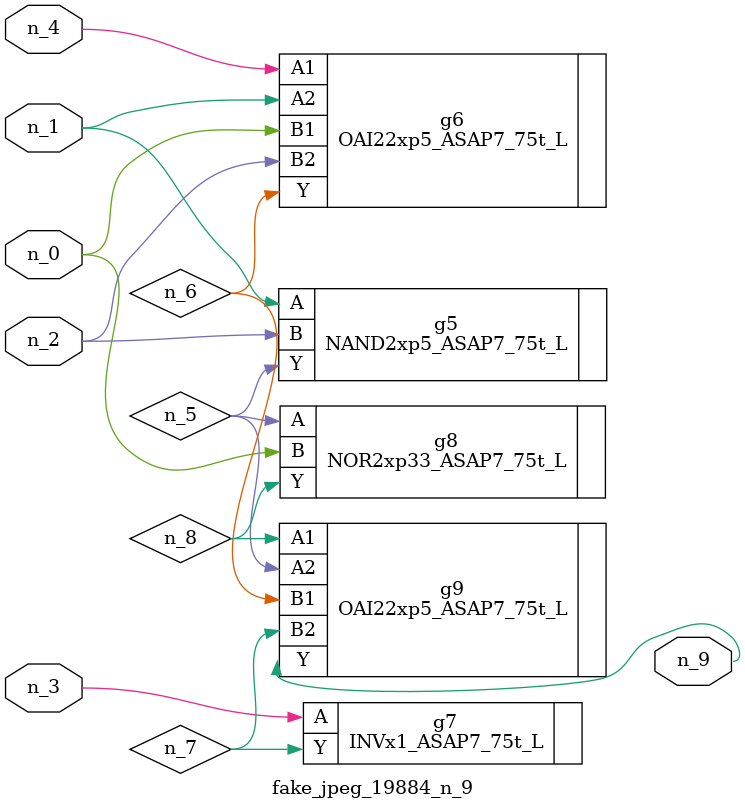
<source format=v>
module fake_jpeg_19884_n_9 (n_3, n_2, n_1, n_0, n_4, n_9);

input n_3;
input n_2;
input n_1;
input n_0;
input n_4;

output n_9;

wire n_8;
wire n_6;
wire n_5;
wire n_7;

NAND2xp5_ASAP7_75t_L g5 ( 
.A(n_1),
.B(n_2),
.Y(n_5)
);

OAI22xp5_ASAP7_75t_L g6 ( 
.A1(n_4),
.A2(n_1),
.B1(n_0),
.B2(n_2),
.Y(n_6)
);

INVx1_ASAP7_75t_L g7 ( 
.A(n_3),
.Y(n_7)
);

NOR2xp33_ASAP7_75t_L g8 ( 
.A(n_5),
.B(n_0),
.Y(n_8)
);

OAI22xp5_ASAP7_75t_L g9 ( 
.A1(n_8),
.A2(n_5),
.B1(n_6),
.B2(n_7),
.Y(n_9)
);


endmodule
</source>
